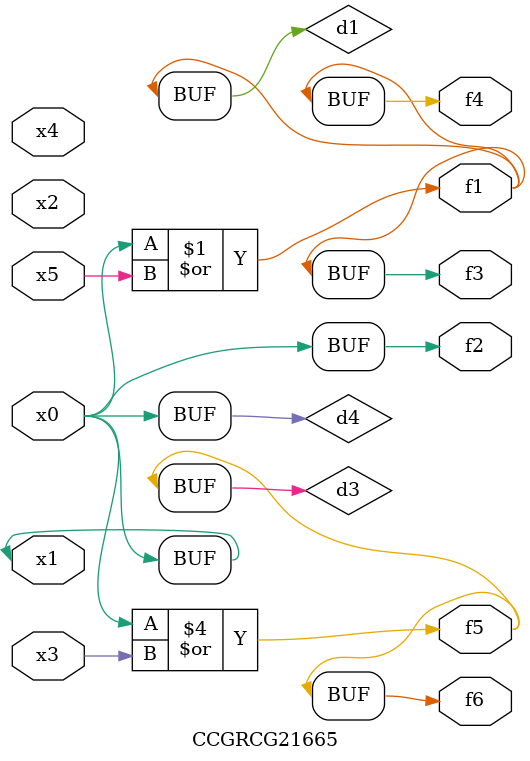
<source format=v>
module CCGRCG21665(
	input x0, x1, x2, x3, x4, x5,
	output f1, f2, f3, f4, f5, f6
);

	wire d1, d2, d3, d4;

	or (d1, x0, x5);
	xnor (d2, x1, x4);
	or (d3, x0, x3);
	buf (d4, x0, x1);
	assign f1 = d1;
	assign f2 = d4;
	assign f3 = d1;
	assign f4 = d1;
	assign f5 = d3;
	assign f6 = d3;
endmodule

</source>
